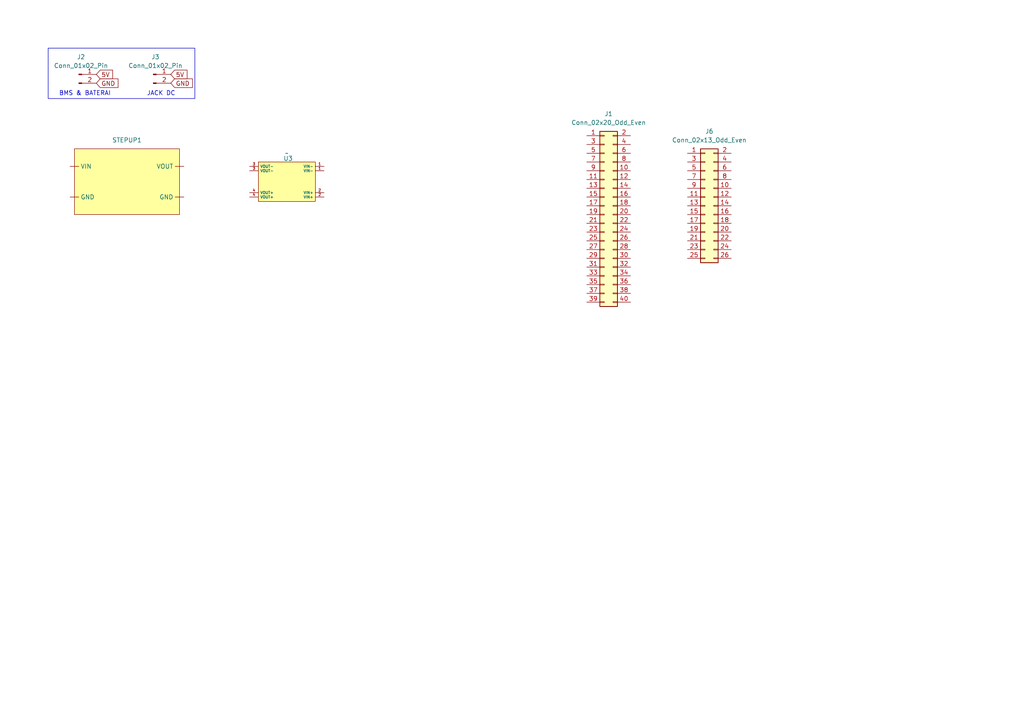
<source format=kicad_sch>
(kicad_sch (version 20250114) (generator "eeschema") (generator_version "9.0")
  (paper "A4")
  (lib_symbols
    (symbol "Connector:Conn_01x02_Pin" (pin_names (offset 1.016) (hide yes))
      (property "Reference" "J" (at 0 2.54 0))
      (property "Value" "Conn_01x02_Pin" (at 0 -5.08 0))
      (symbol "Conn_01x02_Pin_1_1"
        (rectangle (start 0.8636 0.127) (end 0 -0.127) (stroke (width 0.1524)) (fill (type outline)))
        (rectangle (start 0.8636 -2.413) (end 0 -2.667) (stroke (width 0.1524)) (fill (type outline)))
        (polyline (pts (xy 1.27 0) (xy 0.8636 0)) (stroke (width 0.1524)))
        (polyline (pts (xy 1.27 -2.54) (xy 0.8636 -2.54)) (stroke (width 0.1524)))
        (pin passive line (at 5.08 0 180) (length 3.81) (name "Pin_1") (number "1"))
        (pin passive line (at 5.08 -2.54 180) (length 3.81) (name "Pin_2") (number "2"))
      )
    )
    (symbol "Connector_Generic:Conn_02x13_Odd_Even" (pin_names (offset 1.016) (hide yes))
      (property "Reference" "J" (at 1.27 17.78 0))
      (property "Value" "Conn_02x13_Odd_Even" (at 1.27 -17.78 0))
      (symbol "Conn_02x13_Odd_Even_1_1"
        (rectangle (start -1.27 16.51) (end 3.81 -16.51) (stroke (width 0.254)) (fill (type background)))
        (rectangle (start -1.27 15.367) (end 0 15.113) (stroke (width 0.1524)))
        (rectangle (start -1.27 12.827) (end 0 12.573) (stroke (width 0.1524)))
        (rectangle (start -1.27 10.287) (end 0 10.033) (stroke (width 0.1524)))
        (rectangle (start -1.27 7.747) (end 0 7.493) (stroke (width 0.1524)))
        (rectangle (start -1.27 5.207) (end 0 4.953) (stroke (width 0.1524)))
        (rectangle (start -1.27 2.667) (end 0 2.413) (stroke (width 0.1524)))
        (rectangle (start -1.27 0.127) (end 0 -0.127) (stroke (width 0.1524)))
        (rectangle (start -1.27 -2.413) (end 0 -2.667) (stroke (width 0.1524)))
        (rectangle (start -1.27 -4.953) (end 0 -5.207) (stroke (width 0.1524)))
        (rectangle (start -1.27 -7.493) (end 0 -7.747) (stroke (width 0.1524)))
        (rectangle (start -1.27 -10.033) (end 0 -10.287) (stroke (width 0.1524)))
        (rectangle (start -1.27 -12.573) (end 0 -12.827) (stroke (width 0.1524)))
        (rectangle (start -1.27 -15.113) (end 0 -15.367) (stroke (width 0.1524)))
        (rectangle (start 3.81 15.367) (end 2.54 15.113) (stroke (width 0.1524)))
        (rectangle (start 3.81 12.827) (end 2.54 12.573) (stroke (width 0.1524)))
        (rectangle (start 3.81 10.287) (end 2.54 10.033) (stroke (width 0.1524)))
        (rectangle (start 3.81 7.747) (end 2.54 7.493) (stroke (width 0.1524)))
        (rectangle (start 3.81 5.207) (end 2.54 4.953) (stroke (width 0.1524)))
        (rectangle (start 3.81 2.667) (end 2.54 2.413) (stroke (width 0.1524)))
        (rectangle (start 3.81 0.127) (end 2.54 -0.127) (stroke (width 0.1524)))
        (rectangle (start 3.81 -2.413) (end 2.54 -2.667) (stroke (width 0.1524)))
        (rectangle (start 3.81 -4.953) (end 2.54 -5.207) (stroke (width 0.1524)))
        (rectangle (start 3.81 -7.493) (end 2.54 -7.747) (stroke (width 0.1524)))
        (rectangle (start 3.81 -10.033) (end 2.54 -10.287) (stroke (width 0.1524)))
        (rectangle (start 3.81 -12.573) (end 2.54 -12.827) (stroke (width 0.1524)))
        (rectangle (start 3.81 -15.113) (end 2.54 -15.367) (stroke (width 0.1524)))
        (pin passive line (at -5.08 15.24 0) (length 3.81) (name "Pin_1") (number "1"))
        (pin passive line (at -5.08 12.7 0) (length 3.81) (name "Pin_3") (number "3"))
        (pin passive line (at -5.08 10.16 0) (length 3.81) (name "Pin_5") (number "5"))
        (pin passive line (at -5.08 7.62 0) (length 3.81) (name "Pin_7") (number "7"))
        (pin passive line (at -5.08 5.08 0) (length 3.81) (name "Pin_9") (number "9"))
        (pin passive line (at -5.08 2.54 0) (length 3.81) (name "Pin_11") (number "11"))
        (pin passive line (at -5.08 0 0) (length 3.81) (name "Pin_13") (number "13"))
        (pin passive line (at -5.08 -2.54 0) (length 3.81) (name "Pin_15") (number "15"))
        (pin passive line (at -5.08 -5.08 0) (length 3.81) (name "Pin_17") (number "17"))
        (pin passive line (at -5.08 -7.62 0) (length 3.81) (name "Pin_19") (number "19"))
        (pin passive line (at -5.08 -10.16 0) (length 3.81) (name "Pin_21") (number "21"))
        (pin passive line (at -5.08 -12.7 0) (length 3.81) (name "Pin_23") (number "23"))
        (pin passive line (at -5.08 -15.24 0) (length 3.81) (name "Pin_25") (number "25"))
        (pin passive line (at 7.62 15.24 180) (length 3.81) (name "Pin_2") (number "2"))
        (pin passive line (at 7.62 12.7 180) (length 3.81) (name "Pin_4") (number "4"))
        (pin passive line (at 7.62 10.16 180) (length 3.81) (name "Pin_6") (number "6"))
        (pin passive line (at 7.62 7.62 180) (length 3.81) (name "Pin_8") (number "8"))
        (pin passive line (at 7.62 5.08 180) (length 3.81) (name "Pin_10") (number "10"))
        (pin passive line (at 7.62 2.54 180) (length 3.81) (name "Pin_12") (number "12"))
        (pin passive line (at 7.62 0 180) (length 3.81) (name "Pin_14") (number "14"))
        (pin passive line (at 7.62 -2.54 180) (length 3.81) (name "Pin_16") (number "16"))
        (pin passive line (at 7.62 -5.08 180) (length 3.81) (name "Pin_18") (number "18"))
        (pin passive line (at 7.62 -7.62 180) (length 3.81) (name "Pin_20") (number "20"))
        (pin passive line (at 7.62 -10.16 180) (length 3.81) (name "Pin_22") (number "22"))
        (pin passive line (at 7.62 -12.7 180) (length 3.81) (name "Pin_24") (number "24"))
        (pin passive line (at 7.62 -15.24 180) (length 3.81) (name "Pin_26") (number "26"))
      )
    )
    (symbol "Connector_Generic:Conn_02x20_Odd_Even" (pin_names (offset 1.016) (hide yes))
      (property "Reference" "J" (at 1.27 25.4 0))
      (property "Value" "Conn_02x20_Odd_Even" (at 1.27 -27.94 0))
      (symbol "Conn_02x20_Odd_Even_1_1"
        (rectangle (start -1.27 24.13) (end 3.81 -26.67) (stroke (width 0.254)) (fill (type background)))
        (rectangle (start -1.27 22.987) (end 0 22.733) (stroke (width 0.1524)))
        (rectangle (start -1.27 20.447) (end 0 20.193) (stroke (width 0.1524)))
        (rectangle (start -1.27 17.907) (end 0 17.653) (stroke (width 0.1524)))
        (rectangle (start -1.27 15.367) (end 0 15.113) (stroke (width 0.1524)))
        (rectangle (start -1.27 12.827) (end 0 12.573) (stroke (width 0.1524)))
        (rectangle (start -1.27 10.287) (end 0 10.033) (stroke (width 0.1524)))
        (rectangle (start -1.27 7.747) (end 0 7.493) (stroke (width 0.1524)))
        (rectangle (start -1.27 5.207) (end 0 4.953) (stroke (width 0.1524)))
        (rectangle (start -1.27 2.667) (end 0 2.413) (stroke (width 0.1524)))
        (rectangle (start -1.27 0.127) (end 0 -0.127) (stroke (width 0.1524)))
        (rectangle (start -1.27 -2.413) (end 0 -2.667) (stroke (width 0.1524)))
        (rectangle (start -1.27 -4.953) (end 0 -5.207) (stroke (width 0.1524)))
        (rectangle (start -1.27 -7.493) (end 0 -7.747) (stroke (width 0.1524)))
        (rectangle (start -1.27 -10.033) (end 0 -10.287) (stroke (width 0.1524)))
        (rectangle (start -1.27 -12.573) (end 0 -12.827) (stroke (width 0.1524)))
        (rectangle (start -1.27 -15.113) (end 0 -15.367) (stroke (width 0.1524)))
        (rectangle (start -1.27 -17.653) (end 0 -17.907) (stroke (width 0.1524)))
        (rectangle (start -1.27 -20.193) (end 0 -20.447) (stroke (width 0.1524)))
        (rectangle (start -1.27 -22.733) (end 0 -22.987) (stroke (width 0.1524)))
        (rectangle (start -1.27 -25.273) (end 0 -25.527) (stroke (width 0.1524)))
        (rectangle (start 3.81 22.987) (end 2.54 22.733) (stroke (width 0.1524)))
        (rectangle (start 3.81 20.447) (end 2.54 20.193) (stroke (width 0.1524)))
        (rectangle (start 3.81 17.907) (end 2.54 17.653) (stroke (width 0.1524)))
        (rectangle (start 3.81 15.367) (end 2.54 15.113) (stroke (width 0.1524)))
        (rectangle (start 3.81 12.827) (end 2.54 12.573) (stroke (width 0.1524)))
        (rectangle (start 3.81 10.287) (end 2.54 10.033) (stroke (width 0.1524)))
        (rectangle (start 3.81 7.747) (end 2.54 7.493) (stroke (width 0.1524)))
        (rectangle (start 3.81 5.207) (end 2.54 4.953) (stroke (width 0.1524)))
        (rectangle (start 3.81 2.667) (end 2.54 2.413) (stroke (width 0.1524)))
        (rectangle (start 3.81 0.127) (end 2.54 -0.127) (stroke (width 0.1524)))
        (rectangle (start 3.81 -2.413) (end 2.54 -2.667) (stroke (width 0.1524)))
        (rectangle (start 3.81 -4.953) (end 2.54 -5.207) (stroke (width 0.1524)))
        (rectangle (start 3.81 -7.493) (end 2.54 -7.747) (stroke (width 0.1524)))
        (rectangle (start 3.81 -10.033) (end 2.54 -10.287) (stroke (width 0.1524)))
        (rectangle (start 3.81 -12.573) (end 2.54 -12.827) (stroke (width 0.1524)))
        (rectangle (start 3.81 -15.113) (end 2.54 -15.367) (stroke (width 0.1524)))
        (rectangle (start 3.81 -17.653) (end 2.54 -17.907) (stroke (width 0.1524)))
        (rectangle (start 3.81 -20.193) (end 2.54 -20.447) (stroke (width 0.1524)))
        (rectangle (start 3.81 -22.733) (end 2.54 -22.987) (stroke (width 0.1524)))
        (rectangle (start 3.81 -25.273) (end 2.54 -25.527) (stroke (width 0.1524)))
        (pin passive line (at -5.08 22.86 0) (length 3.81) (name "Pin_1") (number "1"))
        (pin passive line (at -5.08 20.32 0) (length 3.81) (name "Pin_3") (number "3"))
        (pin passive line (at -5.08 17.78 0) (length 3.81) (name "Pin_5") (number "5"))
        (pin passive line (at -5.08 15.24 0) (length 3.81) (name "Pin_7") (number "7"))
        (pin passive line (at -5.08 12.7 0) (length 3.81) (name "Pin_9") (number "9"))
        (pin passive line (at -5.08 10.16 0) (length 3.81) (name "Pin_11") (number "11"))
        (pin passive line (at -5.08 7.62 0) (length 3.81) (name "Pin_13") (number "13"))
        (pin passive line (at -5.08 5.08 0) (length 3.81) (name "Pin_15") (number "15"))
        (pin passive line (at -5.08 2.54 0) (length 3.81) (name "Pin_17") (number "17"))
        (pin passive line (at -5.08 0 0) (length 3.81) (name "Pin_19") (number "19"))
        (pin passive line (at -5.08 -2.54 0) (length 3.81) (name "Pin_21") (number "21"))
        (pin passive line (at -5.08 -5.08 0) (length 3.81) (name "Pin_23") (number "23"))
        (pin passive line (at -5.08 -7.62 0) (length 3.81) (name "Pin_25") (number "25"))
        (pin passive line (at -5.08 -10.16 0) (length 3.81) (name "Pin_27") (number "27"))
        (pin passive line (at -5.08 -12.7 0) (length 3.81) (name "Pin_29") (number "29"))
        (pin passive line (at -5.08 -15.24 0) (length 3.81) (name "Pin_31") (number "31"))
        (pin passive line (at -5.08 -17.78 0) (length 3.81) (name "Pin_33") (number "33"))
        (pin passive line (at -5.08 -20.32 0) (length 3.81) (name "Pin_35") (number "35"))
        (pin passive line (at -5.08 -22.86 0) (length 3.81) (name "Pin_37") (number "37"))
        (pin passive line (at -5.08 -25.4 0) (length 3.81) (name "Pin_39") (number "39"))
        (pin passive line (at 7.62 22.86 180) (length 3.81) (name "Pin_2") (number "2"))
        (pin passive line (at 7.62 20.32 180) (length 3.81) (name "Pin_4") (number "4"))
        (pin passive line (at 7.62 17.78 180) (length 3.81) (name "Pin_6") (number "6"))
        (pin passive line (at 7.62 15.24 180) (length 3.81) (name "Pin_8") (number "8"))
        (pin passive line (at 7.62 12.7 180) (length 3.81) (name "Pin_10") (number "10"))
        (pin passive line (at 7.62 10.16 180) (length 3.81) (name "Pin_12") (number "12"))
        (pin passive line (at 7.62 7.62 180) (length 3.81) (name "Pin_14") (number "14"))
        (pin passive line (at 7.62 5.08 180) (length 3.81) (name "Pin_16") (number "16"))
        (pin passive line (at 7.62 2.54 180) (length 3.81) (name "Pin_18") (number "18"))
        (pin passive line (at 7.62 0 180) (length 3.81) (name "Pin_20") (number "20"))
        (pin passive line (at 7.62 -2.54 180) (length 3.81) (name "Pin_22") (number "22"))
        (pin passive line (at 7.62 -5.08 180) (length 3.81) (name "Pin_24") (number "24"))
        (pin passive line (at 7.62 -7.62 180) (length 3.81) (name "Pin_26") (number "26"))
        (pin passive line (at 7.62 -10.16 180) (length 3.81) (name "Pin_28") (number "28"))
        (pin passive line (at 7.62 -12.7 180) (length 3.81) (name "Pin_30") (number "30"))
        (pin passive line (at 7.62 -15.24 180) (length 3.81) (name "Pin_32") (number "32"))
        (pin passive line (at 7.62 -17.78 180) (length 3.81) (name "Pin_34") (number "34"))
        (pin passive line (at 7.62 -20.32 180) (length 3.81) (name "Pin_36") (number "36"))
        (pin passive line (at 7.62 -22.86 180) (length 3.81) (name "Pin_38") (number "38"))
        (pin passive line (at 7.62 -25.4 180) (length 3.81) (name "Pin_40") (number "40"))
      )
    )
    (symbol "TPS61088_1"
      (property "Reference" "U" (at 0 0 0))
      (symbol "TPS61088_1_0_1"
        (rectangle (start -12.7 8.89) (end 17.78 -10.16) (fill (type color) (color 255 255 160 1)))
      )
      (symbol "TPS61088_1_1_1"
        (pin input line (at -13.97 3.81 0) (length 2.54) (name "VIN") (number ""))
        (pin input line (at -13.97 -5.08 0) (length 2.54) (name "GND") (number ""))
        (pin output line (at 19.05 3.81 180) (length 2.54) (name "VOUT") (number ""))
        (pin output line (at 19.05 -5.08 180) (length 2.54) (name "GND") (number ""))
      )
    )
    (symbol "step_down_1"
      (property "Reference" "U" (at 0 0 0))
      (symbol "step_down_1_0_1"
        (rectangle (start -8.89 6.35) (end 7.62 -5.08) (fill (type color) (color 255 255 160 1)))
      )
      (symbol "step_down_1_1_1"
        (pin output line (at -11.43 5.08 0) (length 2.54) (name "VOUT-") (number "3"))
        (pin output line (at -11.43 3.81 0) (length 2.54) (name "VOUT-") (number "3"))
        (pin output line (at -11.43 -2.54 0) (length 2.54) (name "VOUT+") (number "4"))
        (pin output line (at -11.43 -3.81 0) (length 2.54) (name "VOUT+") (number "4"))
        (pin input line (at 10.16 5.08 180) (length 2.54) (name "VIN-") (number "1"))
        (pin input line (at 10.16 3.81 180) (length 2.54) (name "VIN-") (number "1"))
        (pin input line (at 10.16 -2.54 180) (length 2.54) (name "VIN+") (number "2"))
        (pin input line (at 10.16 -3.81 180) (length 2.54) (name "VIN+") (number "2"))
      )
    )
  )
  (rectangle (start 13.97 13.97) (end 56.515 28.575))
  (text "BMS & BATERAI" (at 24.638 27.178 0) (effects (font (size 1.27 1.27))))
  (text "JACK DC" (at 46.736 27.178 0) (effects (font (size 1.27 1.27))))
  (global_label "GND" (shape input) (at 27.94 24.13 0) (property "Intersheetrefs" "${INTERSHEET_REFS}" (effects (hide yes))))
  (global_label "5V" (shape input) (at 49.53 21.59 0) (property "Intersheetrefs" "${INTERSHEET_REFS}" (effects (hide yes))))
  (global_label "GND" (shape input) (at 49.53 24.13 0) (property "Intersheetrefs" "${INTERSHEET_REFS}" (effects (hide yes))))
  (global_label "5V" (shape input) (at 27.94 21.59 0) (property "Intersheetrefs" "${INTERSHEET_REFS}" (effects (hide yes))))
  (symbol (lib_name "step_down_1") (lib_id "MP1584:step_down") (at 83.82 53.34 0) (unit 1)
    (property "Reference" "U3" (at 83.566 45.974 0))
    (property "Value" "~" (at 83.185 44.45 0))
    (property "Footprint" "LibraryWIDYA:MP1584EN1" (effects (hide yes)))
  )
  (symbol (lib_id "Connector_Generic:Conn_02x13_Odd_Even") (at 204.47 59.69 0) (unit 1)
    (property "Reference" "J6" (at 205.74 38.1 0))
    (property "Value" "Conn_02x13_Odd_Even" (at 205.74 40.64 0))
    (property "Description" "Generic connector, double row, 02x13, odd/even pin numbering scheme (row 1 odd numbers, row 2 even numbers), script generated (kicad-library-utils/schlib/autogen/connector/)" (effects (hide yes)))
  )
  (symbol (lib_name "TPS61088_1") (lib_id "TPS61088:TPS61088") (at 34.29 52.07 0) (unit 1)
    (property "Reference" "STEPUP1" (at 36.83 40.64 0))
    (property "Footprint" "TPS61088:TPS61088" (effects (hide yes)))
  )
  (symbol (lib_id "Connector:Conn_01x02_Pin") (at 44.45 21.59 0) (unit 1)
    (property "Reference" "J3" (at 45.085 16.51 0))
    (property "Value" "Conn_01x02_Pin" (at 45.085 19.05 0))
    (property "Footprint" "Connector_JST:JST_EH_B2B-EH-A_1x02_P2.50mm_Vertical" (effects (hide yes)))
    (property "Description" "Generic connector, single row, 01x02, script generated" (effects (hide yes)))
  )
  (symbol (lib_id "Connector:Conn_01x02_Pin") (at 22.86 21.59 0) (unit 1)
    (property "Reference" "J2" (at 23.495 16.51 0))
    (property "Value" "Conn_01x02_Pin" (at 23.495 19.05 0))
    (property "Footprint" "Connector_JST:JST_EH_B2B-EH-A_1x02_P2.50mm_Vertical" (effects (hide yes)))
    (property "Description" "Generic connector, single row, 01x02, script generated" (effects (hide yes)))
  )
  (symbol (lib_id "Connector_Generic:Conn_02x20_Odd_Even") (at 175.26 62.23 0) (unit 1)
    (property "Reference" "J1" (at 176.53 33.02 0))
    (property "Value" "Conn_02x20_Odd_Even" (at 176.53 35.56 0))
    (property "Description" "Generic connector, double row, 02x20, odd/even pin numbering scheme (row 1 odd numbers, row 2 even numbers), script generated (kicad-library-utils/schlib/autogen/connector/)" (effects (hide yes)))
  )
)
</source>
